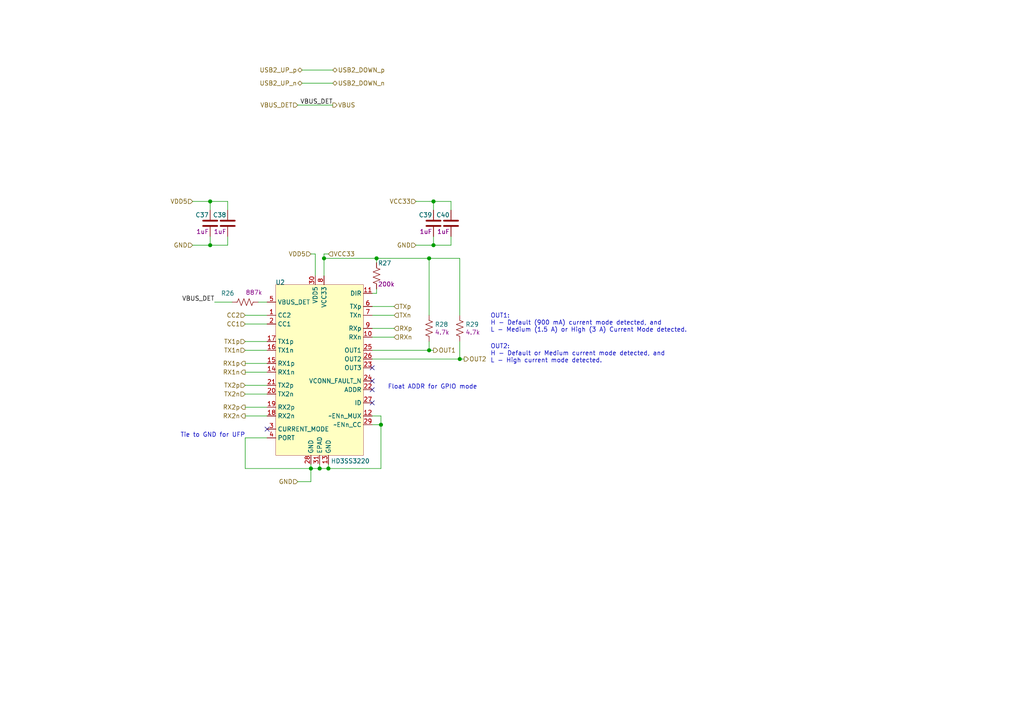
<source format=kicad_sch>
(kicad_sch (version 20210606) (generator eeschema)
  (paper "A4")
  (lib_symbols
    (symbol "mte_usb_hub:CC0402KRX5R7BB105" (pin_numbers hide) (pin_names (offset 0.254))
      (property "Reference" "C" (at 0.635 2.54 0))
      (property "id" "1uF" (at -3.81 2.54 0))
      (symbol "CC0402KRX5R7BB105_0_1"
        (polyline (pts (xy -2.032 -0.762) (xy 2.032 -0.762)) (stroke (width 0.508)))
        (polyline (pts (xy -2.032 0.762) (xy 2.032 0.762)) (stroke (width 0.508)))
      )
      (symbol "CC0402KRX5R7BB105_1_1"
        (pin passive line (at 0 3.81 270) (length 2.794) (name "~") (number "1"))
        (pin passive line (at 0 -3.81 90) (length 2.794) (name "~") (number "2"))
      )
    )
    (symbol "mte_usb_hub:HD3SS3220"
      (property "Reference" "U" (at 0 12.7 0))
      (property "Value" "HD3SS3220" (at 0 12.7 0))
      (symbol "HD3SS3220_0_1"
        (rectangle (start -12.7 25.4) (end 12.7 -24.13) (stroke (width 0.001)) (fill (type background)))
      )
      (symbol "HD3SS3220_1_0"
        (pin bidirectional line (at -15.24 16.51 0) (length 2.54) (name "CC2") (number "1"))
        (pin bidirectional line (at 15.24 10.16 180) (length 2.54) (name "RXn") (number "10"))
        (pin output line (at 15.24 22.86 180) (length 2.54) (name "DIR") (number "11"))
        (pin input line (at 15.24 -12.7 180) (length 2.54) (name "~ENn_MUX") (number "12"))
        (pin power_in line (at 2.54 -26.67 90) (length 2.54) (name "GND") (number "13"))
        (pin bidirectional line (at -15.24 0 0) (length 2.54) (name "RX1n") (number "14"))
        (pin bidirectional line (at -15.24 2.54 0) (length 2.54) (name "RX1p") (number "15"))
        (pin bidirectional line (at -15.24 6.35 0) (length 2.54) (name "TX1n") (number "16"))
        (pin bidirectional line (at -15.24 8.89 0) (length 2.54) (name "TX1p") (number "17"))
        (pin bidirectional line (at -15.24 -12.7 0) (length 2.54) (name "RX2n") (number "18"))
        (pin bidirectional line (at -15.24 -10.16 0) (length 2.54) (name "RX2p") (number "19"))
        (pin bidirectional line (at -15.24 13.97 0) (length 2.54) (name "CC1") (number "2"))
        (pin bidirectional line (at -15.24 -6.35 0) (length 2.54) (name "TX2n") (number "20"))
        (pin bidirectional line (at -15.24 -3.81 0) (length 2.54) (name "TX2p") (number "21"))
        (pin input line (at 15.24 -5.08 180) (length 2.54) (name "ADDR") (number "22"))
        (pin output line (at 15.24 1.27 180) (length 2.54) (name "INT_N") (number "23") (alternate "OUT3" output line))
        (pin output line (at 15.24 -2.54 180) (length 2.54) (name "VCONN_FAULT_N") (number "24"))
        (pin bidirectional line (at 15.24 6.35 180) (length 2.54) (name "SDA") (number "25") (alternate "OUT1" bidirectional line))
        (pin bidirectional line (at 15.24 3.81 180) (length 2.54) (name "SCL") (number "26") (alternate "OUT2" bidirectional line))
        (pin output line (at 15.24 -8.89 180) (length 2.54) (name "ID") (number "27"))
        (pin power_in line (at -2.54 -26.67 90) (length 2.54) (name "GND") (number "28"))
        (pin input line (at 15.24 -15.24 180) (length 2.54) (name "~ENn_CC") (number "29"))
        (pin input line (at -15.24 -16.51 0) (length 2.54) (name "CURRENT_MODE") (number "3"))
        (pin power_in line (at -1.27 27.94 270) (length 2.54) (name "VDD5") (number "30"))
        (pin power_in line (at 0 -26.67 90) (length 2.54) (name "EPAD") (number "31"))
        (pin input line (at -15.24 -19.05 0) (length 2.54) (name "PORT") (number "4"))
        (pin input line (at -15.24 20.32 0) (length 2.54) (name "VBUS_DET") (number "5"))
        (pin bidirectional line (at 15.24 19.05 180) (length 2.54) (name "TXp") (number "6"))
        (pin bidirectional line (at 15.24 16.51 180) (length 2.54) (name "TXn") (number "7"))
        (pin power_in line (at 1.27 27.94 270) (length 2.54) (name "VCC33") (number "8"))
        (pin bidirectional line (at 15.24 12.7 180) (length 2.54) (name "RXp") (number "9"))
      )
    )
    (symbol "mte_usb_hub:RC0402FR-07887KL" (pin_numbers hide) (pin_names (offset 0))
      (property "Reference" "R" (at 2.54 0 90))
      (property "id" "887k" (at -2.54 0 90))
      (symbol "RC0402FR-07887KL_0_1"
        (polyline (pts (xy 0 -2.286) (xy 0 -2.54)))
        (polyline (pts (xy 0 2.286) (xy 0 2.54)))
        (polyline (pts (xy 0 -0.762) (xy 1.016 -1.143) (xy 0 -1.524) (xy -1.016 -1.905) (xy 0 -2.286)))
        (polyline (pts (xy 0 0.762) (xy 1.016 0.381) (xy 0 0) (xy -1.016 -0.381) (xy 0 -0.762)))
        (polyline (pts (xy 0 2.286) (xy 1.016 1.905) (xy 0 1.524) (xy -1.016 1.143) (xy 0 0.762)))
      )
      (symbol "RC0402FR-07887KL_1_1"
        (pin passive line (at 0 3.81 270) (length 1.27) (name "~") (number "1"))
        (pin passive line (at 0 -3.81 90) (length 1.27) (name "~") (number "2"))
      )
    )
    (symbol "mte_usb_hub:RC0402JR-07200KL" (pin_numbers hide) (pin_names (offset 0))
      (property "Reference" "R" (at 2.54 0 90))
      (property "id" "200k" (at -2.54 0 90))
      (symbol "RC0402JR-07200KL_0_1"
        (polyline (pts (xy 0 -2.286) (xy 0 -2.54)))
        (polyline (pts (xy 0 2.286) (xy 0 2.54)))
        (polyline (pts (xy 0 -0.762) (xy 1.016 -1.143) (xy 0 -1.524) (xy -1.016 -1.905) (xy 0 -2.286)))
        (polyline (pts (xy 0 0.762) (xy 1.016 0.381) (xy 0 0) (xy -1.016 -0.381) (xy 0 -0.762)))
        (polyline (pts (xy 0 2.286) (xy 1.016 1.905) (xy 0 1.524) (xy -1.016 1.143) (xy 0 0.762)))
      )
      (symbol "RC0402JR-07200KL_1_1"
        (pin passive line (at 0 3.81 270) (length 1.27) (name "~") (number "1"))
        (pin passive line (at 0 -3.81 90) (length 1.27) (name "~") (number "2"))
      )
    )
    (symbol "mte_usb_hub:RC0402JR-074K7L" (pin_numbers hide) (pin_names (offset 0))
      (property "Reference" "R" (at 2.54 0 90))
      (property "id" "4.7k" (at -2.54 0 90))
      (symbol "RC0402JR-074K7L_0_1"
        (polyline (pts (xy 0 -2.286) (xy 0 -2.54)))
        (polyline (pts (xy 0 2.286) (xy 0 2.54)))
        (polyline (pts (xy 0 -0.762) (xy 1.016 -1.143) (xy 0 -1.524) (xy -1.016 -1.905) (xy 0 -2.286)))
        (polyline (pts (xy 0 0.762) (xy 1.016 0.381) (xy 0 0) (xy -1.016 -0.381) (xy 0 -0.762)))
        (polyline (pts (xy 0 2.286) (xy 1.016 1.905) (xy 0 1.524) (xy -1.016 1.143) (xy 0 0.762)))
      )
      (symbol "RC0402JR-074K7L_1_1"
        (pin passive line (at 0 3.81 270) (length 1.27) (name "~") (number "1"))
        (pin passive line (at 0 -3.81 90) (length 1.27) (name "~") (number "2"))
      )
    )
  )
  (junction (at 60.96 58.42) (diameter 1.016))
  (junction (at 60.96 71.12) (diameter 1.016))
  (junction (at 90.17 135.89) (diameter 1.016))
  (junction (at 92.71 135.89) (diameter 1.016))
  (junction (at 93.98 74.93) (diameter 1.016))
  (junction (at 95.25 135.89) (diameter 1.016))
  (junction (at 109.22 74.93) (diameter 1.016))
  (junction (at 110.49 123.19) (diameter 1.016))
  (junction (at 124.46 74.93) (diameter 1.016))
  (junction (at 124.46 101.6) (diameter 1.016))
  (junction (at 125.73 58.42) (diameter 1.016))
  (junction (at 125.73 71.12) (diameter 1.016))
  (junction (at 133.35 104.14) (diameter 1.016))
  (no_connect (at 77.47 124.46))
  (no_connect (at 107.95 106.68))
  (no_connect (at 107.95 110.49))
  (no_connect (at 107.95 113.03))
  (no_connect (at 107.95 116.84))
  (wire (pts (xy 55.88 71.12) (xy 60.96 71.12)))
  (wire (pts (xy 60.96 58.42) (xy 55.88 58.42)))
  (wire (pts (xy 60.96 58.42) (xy 60.96 60.96)))
  (wire (pts (xy 60.96 71.12) (xy 60.96 68.58)))
  (wire (pts (xy 60.96 71.12) (xy 66.04 71.12)))
  (wire (pts (xy 62.23 87.63) (xy 67.31 87.63)))
  (wire (pts (xy 66.04 58.42) (xy 60.96 58.42)))
  (wire (pts (xy 66.04 60.96) (xy 66.04 58.42)))
  (wire (pts (xy 66.04 71.12) (xy 66.04 68.58)))
  (wire (pts (xy 71.12 91.44) (xy 77.47 91.44)))
  (wire (pts (xy 71.12 93.98) (xy 77.47 93.98)))
  (wire (pts (xy 71.12 99.06) (xy 77.47 99.06)))
  (wire (pts (xy 71.12 101.6) (xy 77.47 101.6)))
  (wire (pts (xy 71.12 105.41) (xy 77.47 105.41)))
  (wire (pts (xy 71.12 107.95) (xy 77.47 107.95)))
  (wire (pts (xy 71.12 111.76) (xy 77.47 111.76)))
  (wire (pts (xy 71.12 114.3) (xy 77.47 114.3)))
  (wire (pts (xy 71.12 118.11) (xy 77.47 118.11)))
  (wire (pts (xy 71.12 120.65) (xy 77.47 120.65)))
  (wire (pts (xy 71.12 127) (xy 71.12 135.89)))
  (wire (pts (xy 71.12 135.89) (xy 90.17 135.89)))
  (wire (pts (xy 74.93 87.63) (xy 77.47 87.63)))
  (wire (pts (xy 77.47 127) (xy 71.12 127)))
  (wire (pts (xy 86.36 30.48) (xy 96.52 30.48)))
  (wire (pts (xy 86.36 139.7) (xy 90.17 139.7)))
  (wire (pts (xy 87.63 20.32) (xy 96.52 20.32)))
  (wire (pts (xy 87.63 24.13) (xy 96.52 24.13)))
  (wire (pts (xy 90.17 73.66) (xy 91.44 73.66)))
  (wire (pts (xy 90.17 134.62) (xy 90.17 135.89)))
  (wire (pts (xy 90.17 135.89) (xy 92.71 135.89)))
  (wire (pts (xy 90.17 139.7) (xy 90.17 135.89)))
  (wire (pts (xy 91.44 73.66) (xy 91.44 80.01)))
  (wire (pts (xy 92.71 135.89) (xy 92.71 134.62)))
  (wire (pts (xy 93.98 73.66) (xy 95.25 73.66)))
  (wire (pts (xy 93.98 74.93) (xy 93.98 73.66)))
  (wire (pts (xy 93.98 74.93) (xy 109.22 74.93)))
  (wire (pts (xy 93.98 80.01) (xy 93.98 74.93)))
  (wire (pts (xy 95.25 134.62) (xy 95.25 135.89)))
  (wire (pts (xy 95.25 135.89) (xy 92.71 135.89)))
  (wire (pts (xy 107.95 85.09) (xy 109.22 85.09)))
  (wire (pts (xy 107.95 101.6) (xy 124.46 101.6)))
  (wire (pts (xy 107.95 104.14) (xy 133.35 104.14)))
  (wire (pts (xy 107.95 120.65) (xy 110.49 120.65)))
  (wire (pts (xy 107.95 123.19) (xy 110.49 123.19)))
  (wire (pts (xy 109.22 76.2) (xy 109.22 74.93)))
  (wire (pts (xy 109.22 85.09) (xy 109.22 83.82)))
  (wire (pts (xy 110.49 120.65) (xy 110.49 123.19)))
  (wire (pts (xy 110.49 123.19) (xy 110.49 135.89)))
  (wire (pts (xy 110.49 135.89) (xy 95.25 135.89)))
  (wire (pts (xy 114.3 88.9) (xy 107.95 88.9)))
  (wire (pts (xy 114.3 91.44) (xy 107.95 91.44)))
  (wire (pts (xy 114.3 95.25) (xy 107.95 95.25)))
  (wire (pts (xy 114.3 97.79) (xy 107.95 97.79)))
  (wire (pts (xy 120.65 71.12) (xy 125.73 71.12)))
  (wire (pts (xy 124.46 74.93) (xy 109.22 74.93)))
  (wire (pts (xy 124.46 74.93) (xy 133.35 74.93)))
  (wire (pts (xy 124.46 91.44) (xy 124.46 74.93)))
  (wire (pts (xy 124.46 101.6) (xy 124.46 99.06)))
  (wire (pts (xy 124.46 101.6) (xy 125.73 101.6)))
  (wire (pts (xy 125.73 58.42) (xy 120.65 58.42)))
  (wire (pts (xy 125.73 58.42) (xy 125.73 60.96)))
  (wire (pts (xy 125.73 71.12) (xy 125.73 68.58)))
  (wire (pts (xy 125.73 71.12) (xy 130.81 71.12)))
  (wire (pts (xy 130.81 58.42) (xy 125.73 58.42)))
  (wire (pts (xy 130.81 60.96) (xy 130.81 58.42)))
  (wire (pts (xy 130.81 71.12) (xy 130.81 68.58)))
  (wire (pts (xy 133.35 91.44) (xy 133.35 74.93)))
  (wire (pts (xy 133.35 104.14) (xy 133.35 99.06)))
  (wire (pts (xy 133.35 104.14) (xy 134.62 104.14)))
  (text "Tie to GND for UFP" (at 71.12 127 180) (effects (font (size 1.27 1.27)) (justify right bottom)))
  (text "Float ADDR for GPIO mode" (at 138.43 113.03 180) (effects (font (size 1.27 1.27)) (justify right bottom)))
  (text "OUT1:\nH - Default (900 mA) current mode detected, and\nL - Medium (1.5 A) or High (3 A) Current Mode detected." (at 142.24 96.52 0) (effects (font (size 1.27 1.27)) (justify left bottom)))
  (text "OUT2:\nH - Default or Medium current mode detected, and\nL - High current mode detected." (at 142.24 105.41 0) (effects (font (size 1.27 1.27)) (justify left bottom)))
  (label "VBUS_DET" (at 62.23 87.63 180))
  (label "VBUS_DET" (at 96.52 30.48 180))
  (hierarchical_label "VDD5" (shape input) (at 55.88 58.42 180))
  (hierarchical_label "GND" (shape input) (at 55.88 71.12 180))
  (hierarchical_label "CC2" (shape input) (at 71.12 91.44 180))
  (hierarchical_label "CC1" (shape input) (at 71.12 93.98 180))
  (hierarchical_label "TX1p" (shape input) (at 71.12 99.06 180))
  (hierarchical_label "TX1n" (shape input) (at 71.12 101.6 180))
  (hierarchical_label "RX1p" (shape output) (at 71.12 105.41 180))
  (hierarchical_label "RX1n" (shape output) (at 71.12 107.95 180))
  (hierarchical_label "TX2p" (shape input) (at 71.12 111.76 180))
  (hierarchical_label "TX2n" (shape input) (at 71.12 114.3 180))
  (hierarchical_label "RX2p" (shape output) (at 71.12 118.11 180))
  (hierarchical_label "RX2n" (shape output) (at 71.12 120.65 180))
  (hierarchical_label "VBUS_DET" (shape input) (at 86.36 30.48 180))
  (hierarchical_label "GND" (shape input) (at 86.36 139.7 180))
  (hierarchical_label "USB2_UP_p" (shape bidirectional) (at 87.63 20.32 180))
  (hierarchical_label "USB2_UP_n" (shape bidirectional) (at 87.63 24.13 180))
  (hierarchical_label "VDD5" (shape input) (at 90.17 73.66 180))
  (hierarchical_label "VCC33" (shape input) (at 95.25 73.66 0))
  (hierarchical_label "USB2_DOWN_p" (shape bidirectional) (at 96.52 20.32 0))
  (hierarchical_label "USB2_DOWN_n" (shape bidirectional) (at 96.52 24.13 0))
  (hierarchical_label "VBUS" (shape output) (at 96.52 30.48 0))
  (hierarchical_label "TXp" (shape input) (at 114.3 88.9 0))
  (hierarchical_label "TXn" (shape input) (at 114.3 91.44 0))
  (hierarchical_label "RXp" (shape input) (at 114.3 95.25 0))
  (hierarchical_label "RXn" (shape input) (at 114.3 97.79 0))
  (hierarchical_label "VCC33" (shape input) (at 120.65 58.42 180))
  (hierarchical_label "GND" (shape input) (at 120.65 71.12 180))
  (hierarchical_label "OUT1" (shape output) (at 125.73 101.6 0))
  (hierarchical_label "OUT2" (shape output) (at 134.62 104.14 0))
  (symbol (lib_id "mte_usb_hub:RC0402FR-07887KL") (at 71.12 87.63 90) (unit 1)
    (property "Reference" "R26" (at 66.04 85.0708 90))
    (property "Value" "RC0402FR-07887KL" (effects hide))
    (property "Footprint" "mte_usb_footprints:RESISTOR_0402N" (effects hide))
    (property "id" "887k" (at 73.66 84.8295 90))
    (property "manf" "Yageo" (effects hide))
  )
  (symbol (lib_id "mte_usb_hub:RC0402JR-07200KL") (at 109.22 80.01 0) (unit 1)
    (property "Reference" "R27" (at 109.6011 76.3206 0) (effects (justify left)))
    (property "Value" "RC0402JR-07200KL" (effects hide))
    (property "Footprint" "mte_usb_footprints:RESISTOR_0402N" (effects hide))
    (property "id" "200k" (at 109.6011 82.4293 0) (effects (justify left)))
    (property "manf" "Yageo" (effects hide))
  )
  (symbol (lib_id "mte_usb_hub:RC0402JR-074K7L") (at 124.46 95.25 0) (unit 1)
    (property "Reference" "R28" (at 126.1111 94.1006 0) (effects (justify left)))
    (property "Value" "RC0402JR-074K7L" (effects hide))
    (property "Footprint" "mte_usb_footprints:RESISTOR_0402N" (effects hide))
    (property "Datasheet" "${MTE_LIB_DIR}/datasheets/PYu-RC_Group_51_RoHS_L_11.pdf" (effects hide))
    (property "id" "4.7k" (at 126.1111 96.3993 0) (effects (justify left)))
    (property "manf" "Yageo" (effects hide))
  )
  (symbol (lib_id "mte_usb_hub:RC0402JR-074K7L") (at 133.35 95.25 0) (unit 1)
    (property "Reference" "R29" (at 135.0011 94.1006 0) (effects (justify left)))
    (property "Value" "RC0402JR-074K7L" (effects hide))
    (property "Footprint" "mte_usb_footprints:RESISTOR_0402N" (effects hide))
    (property "Datasheet" "${MTE_LIB_DIR}/datasheets/PYu-RC_Group_51_RoHS_L_11.pdf" (effects hide))
    (property "id" "4.7k" (at 135.0011 96.3993 0) (effects (justify left)))
    (property "manf" "Yageo" (effects hide))
  )
  (symbol (lib_id "mte_usb_hub:CC0402KRX5R7BB105") (at 60.96 64.77 0) (mirror y) (unit 1)
    (property "Reference" "C37" (at 60.5789 62.3506 0) (effects (justify left)))
    (property "Value" "CC0402KRX5R7BB105" (effects hide))
    (property "Footprint" "mte_usb_footprints:CAPACITOR_0402N" (effects hide))
    (property "Datasheet" "${MTE_LIB_DIR}/datasheets/UPY-GP_NP0_16V-to-50V_18.pdf" (effects hide))
    (property "id" "1uF" (at 60.5789 67.1893 0) (effects (justify left)))
  )
  (symbol (lib_id "mte_usb_hub:CC0402KRX5R7BB105") (at 66.04 64.77 0) (mirror y) (unit 1)
    (property "Reference" "C38" (at 65.6589 62.3506 0) (effects (justify left)))
    (property "Value" "CC0402KRX5R7BB105" (effects hide))
    (property "Footprint" "mte_usb_footprints:CAPACITOR_0402N" (effects hide))
    (property "Datasheet" "${MTE_LIB_DIR}/datasheets/UPY-GP_NP0_16V-to-50V_18.pdf" (effects hide))
    (property "id" "1uF" (at 65.6589 67.1893 0) (effects (justify left)))
  )
  (symbol (lib_id "mte_usb_hub:CC0402KRX5R7BB105") (at 125.73 64.77 0) (mirror y) (unit 1)
    (property "Reference" "C39" (at 125.3489 62.3506 0) (effects (justify left)))
    (property "Value" "CC0402KRX5R7BB105" (effects hide))
    (property "Footprint" "mte_usb_footprints:CAPACITOR_0402N" (effects hide))
    (property "Datasheet" "${MTE_LIB_DIR}/datasheets/UPY-GP_NP0_16V-to-50V_18.pdf" (effects hide))
    (property "id" "1uF" (at 125.3489 67.1893 0) (effects (justify left)))
  )
  (symbol (lib_id "mte_usb_hub:CC0402KRX5R7BB105") (at 130.81 64.77 0) (mirror y) (unit 1)
    (property "Reference" "C40" (at 130.4289 62.3506 0) (effects (justify left)))
    (property "Value" "CC0402KRX5R7BB105" (effects hide))
    (property "Footprint" "mte_usb_footprints:CAPACITOR_0402N" (effects hide))
    (property "Datasheet" "${MTE_LIB_DIR}/datasheets/UPY-GP_NP0_16V-to-50V_18.pdf" (effects hide))
    (property "id" "1uF" (at 130.4289 67.1893 0) (effects (justify left)))
  )
  (symbol (lib_id "mte_usb_hub:HD3SS3220") (at 92.71 107.95 0) (unit 1)
    (property "Reference" "U2" (at 81.28 81.8958 0))
    (property "Value" "HD3SS3220" (at 101.6 133.7245 0))
    (property "Footprint" "mte_usb_footprints:QFN31P40_250X450X80L30X20T120X320N" (effects hide))
    (pin "23" (alternate "OUT3"))
    (pin "25" (alternate "OUT1"))
    (pin "26" (alternate "OUT2"))
  )
)
</source>
